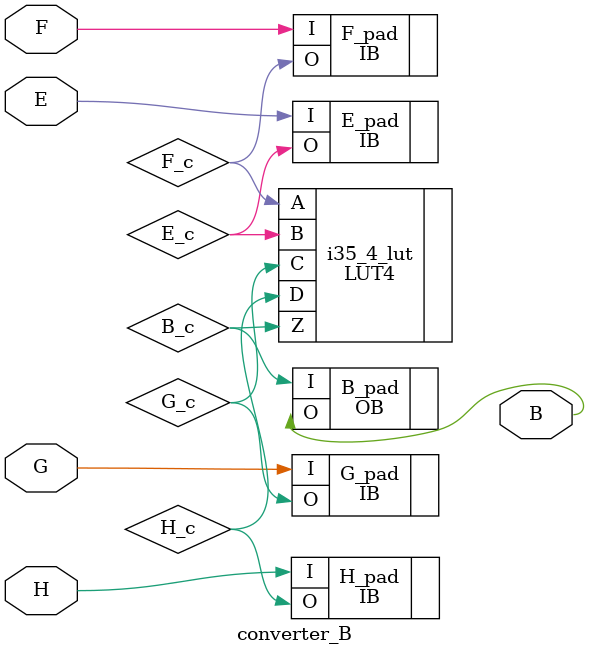
<source format=v>

module converter_B (H, G, F, E, B) /* synthesis syn_module_defined=1 */ ;   // d:/rtl_fpga/verilog/coder_decoder/module_b.v(1[8:19])
    input H;   // d:/rtl_fpga/verilog/coder_decoder/module_b.v(2[7:8])
    input G;   // d:/rtl_fpga/verilog/coder_decoder/module_b.v(2[9:10])
    input F;   // d:/rtl_fpga/verilog/coder_decoder/module_b.v(2[11:12])
    input E;   // d:/rtl_fpga/verilog/coder_decoder/module_b.v(2[13:14])
    output B;   // d:/rtl_fpga/verilog/coder_decoder/module_b.v(3[8:9])
    
    
    wire H_c, G_c, F_c, E_c, B_c, VCC_net, GND_net;
    
    LUT4 i35_4_lut (.A(F_c), .B(E_c), .C(G_c), .D(H_c), .Z(B_c)) /* synthesis lut_function=(!(A (B (C)+!B (C (D)))+!A (B (C+!(D))+!B (C (D)+!C !(D))))) */ ;   // d:/rtl_fpga/verilog/coder_decoder/module_b.v(6[12:44])
    defparam i35_4_lut.init = 16'h0f3a;
    VHI i37 (.Z(VCC_net));
    GSR GSR_INST (.GSR(VCC_net));
    VLO i46 (.Z(GND_net));
    OB B_pad (.I(B_c), .O(B));   // d:/rtl_fpga/verilog/coder_decoder/module_b.v(3[8:9])
    IB H_pad (.I(H), .O(H_c));   // d:/rtl_fpga/verilog/coder_decoder/module_b.v(2[7:8])
    IB G_pad (.I(G), .O(G_c));   // d:/rtl_fpga/verilog/coder_decoder/module_b.v(2[9:10])
    IB F_pad (.I(F), .O(F_c));   // d:/rtl_fpga/verilog/coder_decoder/module_b.v(2[11:12])
    IB E_pad (.I(E), .O(E_c));   // d:/rtl_fpga/verilog/coder_decoder/module_b.v(2[13:14])
    PUR PUR_INST (.PUR(VCC_net));
    defparam PUR_INST.RST_PULSE = 1;
    
endmodule
//
// Verilog Description of module PUR
// module not written out since it is a black-box. 
//


</source>
